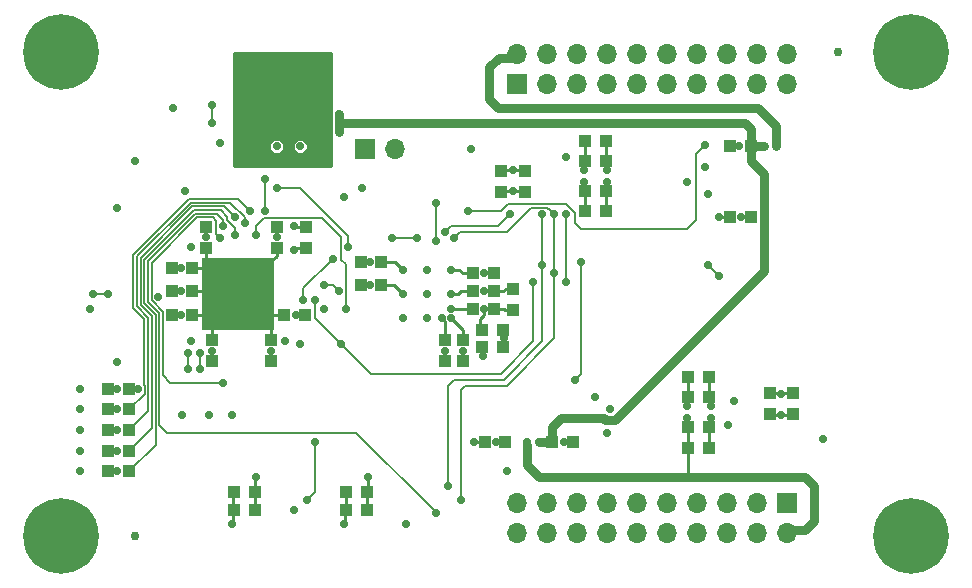
<source format=gbl>
G04 #@! TF.GenerationSoftware,KiCad,Pcbnew,5.0.0-rc1-44a33f2~62~ubuntu18.04.1*
G04 #@! TF.CreationDate,2018-04-18T04:45:04+00:00*
G04 #@! TF.ProjectId,glasgow,676C6173676F772E6B696361645F7063,rev?*
G04 #@! TF.SameCoordinates,Original*
G04 #@! TF.FileFunction,Copper,L4,Bot,Signal*
G04 #@! TF.FilePolarity,Positive*
%FSLAX46Y46*%
G04 Gerber Fmt 4.6, Leading zero omitted, Abs format (unit mm)*
G04 Created by KiCad (PCBNEW 5.0.0-rc1-44a33f2~62~ubuntu18.04.1) date Wed Apr 18 04:45:04 2018*
%MOMM*%
%LPD*%
G01*
G04 APERTURE LIST*
%ADD10C,0.750000*%
%ADD11R,0.995000X1.000000*%
%ADD12R,1.000000X0.995000*%
%ADD13C,0.600000*%
%ADD14R,2.800000X2.540000*%
%ADD15R,6.100000X6.100000*%
%ADD16C,0.558800*%
%ADD17R,1.700000X1.700000*%
%ADD18O,1.700000X1.700000*%
%ADD19C,6.400000*%
%ADD20C,0.700000*%
%ADD21C,0.160000*%
%ADD22C,0.250000*%
%ADD23C,0.750000*%
%ADD24C,0.254000*%
G04 APERTURE END LIST*
D10*
X119750000Y-75000000D03*
X60250000Y-116000000D03*
D11*
X100137500Y-86750000D03*
X98362500Y-86750000D03*
D12*
X92250000Y-96887500D03*
X92250000Y-95112500D03*
X93250000Y-86887500D03*
X93250000Y-85112500D03*
X91250000Y-85112500D03*
X91250000Y-86887500D03*
D11*
X110612500Y-89000000D03*
X112387500Y-89000000D03*
X112387500Y-83000000D03*
X110612500Y-83000000D03*
X108887500Y-106750000D03*
X107112500Y-106750000D03*
X107112500Y-108500000D03*
X108887500Y-108500000D03*
X95612500Y-108000000D03*
X97387500Y-108000000D03*
X91637500Y-108000000D03*
X89862500Y-108000000D03*
D12*
X116000000Y-105637500D03*
X116000000Y-103862500D03*
X114000000Y-103862500D03*
X114000000Y-105637500D03*
D11*
X100137500Y-84250000D03*
X98362500Y-84250000D03*
X100137500Y-82500000D03*
X98362500Y-82500000D03*
D13*
X73266581Y-79156916D03*
X73266581Y-80156916D03*
X72266581Y-80156916D03*
X72266581Y-79156916D03*
D14*
X72766581Y-79656916D03*
D15*
X69000000Y-95500000D03*
D16*
X66460000Y-98040000D03*
X67730000Y-98040000D03*
X69000000Y-98040000D03*
X70270000Y-98040000D03*
X71540000Y-98040000D03*
X71540000Y-96770000D03*
X70270000Y-96770000D03*
X69000000Y-96770000D03*
X67730000Y-96770000D03*
X66460000Y-96770000D03*
X66460000Y-92960000D03*
X67730000Y-92960000D03*
X69000000Y-92960000D03*
X70270000Y-92960000D03*
X71540000Y-92960000D03*
X71540000Y-94230000D03*
X70270000Y-94230000D03*
X69000000Y-94230000D03*
X67730000Y-94230000D03*
X66460000Y-94230000D03*
X66460000Y-95500000D03*
X67730000Y-95500000D03*
X71540000Y-95500000D03*
X70270000Y-95500000D03*
X69000000Y-95500000D03*
D11*
X89612500Y-98500000D03*
X91387500Y-98500000D03*
X59787500Y-103500000D03*
X58012500Y-103500000D03*
X58012500Y-107000000D03*
X59787500Y-107000000D03*
X59787500Y-108750000D03*
X58012500Y-108750000D03*
X58012500Y-110500000D03*
X59787500Y-110500000D03*
X59787500Y-105250000D03*
X58012500Y-105250000D03*
X108887500Y-104250000D03*
X107112500Y-104250000D03*
X107112500Y-102500000D03*
X108887500Y-102500000D03*
X98362500Y-88500000D03*
X100137500Y-88500000D03*
D17*
X79750000Y-83250000D03*
D18*
X82290000Y-83250000D03*
D11*
X79362500Y-92750000D03*
X81137500Y-92750000D03*
X81137500Y-94750000D03*
X79362500Y-94750000D03*
X90637500Y-95250000D03*
X88862500Y-95250000D03*
X88862500Y-93750000D03*
X90637500Y-93750000D03*
X89612500Y-100000000D03*
X91387500Y-100000000D03*
D12*
X88000000Y-99362500D03*
X88000000Y-101137500D03*
X86500000Y-101137500D03*
X86500000Y-99362500D03*
D18*
X115430000Y-75190000D03*
X115430000Y-77730000D03*
X112890000Y-75190000D03*
X112890000Y-77730000D03*
X110350000Y-75190000D03*
X110350000Y-77730000D03*
X107810000Y-75190000D03*
X107810000Y-77730000D03*
X105270000Y-75190000D03*
X105270000Y-77730000D03*
X102730000Y-75190000D03*
X102730000Y-77730000D03*
X100190000Y-75190000D03*
X100190000Y-77730000D03*
X97650000Y-75190000D03*
X97650000Y-77730000D03*
X95110000Y-75190000D03*
X95110000Y-77730000D03*
X92570000Y-75190000D03*
D17*
X92570000Y-77730000D03*
X115430000Y-113190000D03*
D18*
X115430000Y-115730000D03*
X112890000Y-113190000D03*
X112890000Y-115730000D03*
X110350000Y-113190000D03*
X110350000Y-115730000D03*
X107810000Y-113190000D03*
X107810000Y-115730000D03*
X105270000Y-113190000D03*
X105270000Y-115730000D03*
X102730000Y-113190000D03*
X102730000Y-115730000D03*
X100190000Y-113190000D03*
X100190000Y-115730000D03*
X97650000Y-113190000D03*
X97650000Y-115730000D03*
X95110000Y-113190000D03*
X95110000Y-115730000D03*
X92570000Y-113190000D03*
X92570000Y-115730000D03*
D11*
X79887500Y-112250000D03*
X78112500Y-112250000D03*
X90637500Y-96750000D03*
X88862500Y-96750000D03*
X79887500Y-113750000D03*
X78112500Y-113750000D03*
D12*
X74750000Y-89862500D03*
X74750000Y-91637500D03*
D11*
X70387500Y-113750000D03*
X68612500Y-113750000D03*
X68612500Y-112250000D03*
X70387500Y-112250000D03*
D12*
X71750000Y-101137500D03*
X71750000Y-99362500D03*
X66250000Y-91637500D03*
X66250000Y-89862500D03*
X72250000Y-91637500D03*
X72250000Y-89862500D03*
D11*
X74637500Y-97250000D03*
X72862500Y-97250000D03*
X65137500Y-93250000D03*
X63362500Y-93250000D03*
X63362500Y-95250000D03*
X65137500Y-95250000D03*
X65137500Y-97250000D03*
X63362500Y-97250000D03*
D12*
X66750000Y-101137500D03*
X66750000Y-99362500D03*
D19*
X54000000Y-116000000D03*
X54000000Y-75000000D03*
X126000000Y-75000000D03*
X126000000Y-116000000D03*
D20*
X109749990Y-94000000D03*
X108750000Y-93000000D03*
X72250000Y-90639998D03*
X100250000Y-107250000D03*
X64500000Y-86750000D03*
X74250000Y-83000000D03*
X88750000Y-83250002D03*
X91750000Y-110500000D03*
X89000000Y-108000000D03*
X76000000Y-83000000D03*
X70500000Y-83000000D03*
X75500000Y-107999994D03*
X72250000Y-86500000D03*
X77500000Y-95250000D03*
X76250000Y-94750000D03*
X70530055Y-90500000D03*
X78000000Y-87250000D03*
X72250000Y-83000000D03*
X86750000Y-111750000D03*
X94750000Y-93000000D03*
X92000000Y-88750000D03*
X86500000Y-90250000D03*
X94750000Y-88750000D03*
X74250000Y-99750000D03*
X90860002Y-108000000D03*
X115000000Y-105750000D03*
X107000000Y-105000000D03*
X108500000Y-84750000D03*
X111610002Y-89000000D03*
X100250000Y-86000000D03*
X92250000Y-85000000D03*
X89750000Y-100750000D03*
X60500000Y-103500000D03*
X68500000Y-105750000D03*
X66500000Y-105750000D03*
X64250000Y-105750000D03*
X76250000Y-96750000D03*
X96610002Y-108000000D03*
X99250000Y-104250000D03*
X118500000Y-107750000D03*
X110964870Y-104535130D03*
X115000000Y-104000000D03*
X110500000Y-106610002D03*
X109000000Y-105000000D03*
X109000000Y-106000000D03*
X108750000Y-87000000D03*
X96750000Y-83889998D03*
X111389998Y-83000000D03*
X109750000Y-89000000D03*
X98250000Y-85000000D03*
X98250000Y-86000000D03*
X92250000Y-86750000D03*
X91500000Y-99250000D03*
X55650000Y-110500000D03*
X55650000Y-108750000D03*
X71796041Y-100360012D03*
X79500000Y-86500000D03*
X67500000Y-82750000D03*
X66250000Y-90639998D03*
X64139998Y-93250000D03*
X64139998Y-95250000D03*
X64139998Y-97250000D03*
X66750000Y-100360002D03*
X73860002Y-97250000D03*
X73750000Y-89750000D03*
X80139998Y-92750000D03*
X89860002Y-93750000D03*
X88000000Y-100360002D03*
X86500000Y-100360002D03*
X55650000Y-107000002D03*
X55650000Y-105250002D03*
X55650000Y-103500002D03*
X100500000Y-105249998D03*
X60250000Y-84250000D03*
X87894999Y-112895001D03*
X74834999Y-112895001D03*
X95750000Y-93750000D03*
X87250000Y-90750000D03*
X95750000Y-88750000D03*
X94500000Y-108000000D03*
X77500000Y-81750000D03*
X77500000Y-80250000D03*
X77500000Y-81000000D03*
X113500000Y-83000000D03*
X78330010Y-91490604D03*
X72610579Y-76000000D03*
X63500000Y-79750000D03*
X87050002Y-96750000D03*
X86250000Y-97550002D03*
X73750000Y-91750000D03*
X87050000Y-97550000D03*
X87060000Y-95500000D03*
X65750000Y-100500000D03*
X65750000Y-101830010D03*
X85000000Y-97560000D03*
X82940000Y-97560000D03*
X85000000Y-95500000D03*
X82940000Y-95500000D03*
X87060000Y-93440000D03*
X85000000Y-93440000D03*
X82940000Y-93440000D03*
X56750000Y-95500000D03*
X58000000Y-95500000D03*
X78110002Y-96750000D03*
X107000000Y-106000000D03*
X95750000Y-79750000D03*
X100250000Y-85000000D03*
X89860002Y-96750000D03*
X78000000Y-115000000D03*
X68500000Y-115000000D03*
X73750000Y-113750000D03*
X83250000Y-115000000D03*
X107000000Y-86000000D03*
X80000000Y-111000000D03*
X70500000Y-111000000D03*
X56500000Y-96750000D03*
X58750000Y-88250000D03*
X62250000Y-95750000D03*
X65000000Y-99500000D03*
X65000000Y-91500000D03*
X73000000Y-99500000D03*
X58750000Y-101212500D03*
X64750000Y-100500000D03*
X64750000Y-101830010D03*
X80139998Y-94750000D03*
X89860044Y-95250000D03*
X66750000Y-81000000D03*
X66750000Y-79500000D03*
X74500000Y-96000016D03*
X70000000Y-88500000D03*
X68750000Y-90500000D03*
X68750000Y-89000000D03*
X69542346Y-89467060D03*
X67750000Y-103000000D03*
X67500000Y-90750000D03*
X75500000Y-96000000D03*
X77750000Y-99750000D03*
X67750000Y-89750000D03*
X85750000Y-114000000D03*
X71250000Y-85750000D03*
X71250000Y-88500000D03*
X84178928Y-90750000D03*
X82000000Y-90750000D03*
X77000000Y-92500000D03*
X85750000Y-87750000D03*
X85749993Y-91000007D03*
X58750000Y-105250000D03*
X58750000Y-110500000D03*
X58750000Y-108750000D03*
X58750000Y-107000000D03*
X58750000Y-103500000D03*
X97999974Y-92750000D03*
X97500000Y-102750000D03*
X94000000Y-94500000D03*
X96750000Y-88749992D03*
X96750000Y-94500000D03*
X108500000Y-82889998D03*
X88500000Y-88500000D03*
X114500000Y-83000000D03*
X93500000Y-108000000D03*
D21*
X108750000Y-93000000D02*
X109749990Y-93999990D01*
X109749990Y-93999990D02*
X109749990Y-94000000D01*
X108750000Y-93250000D02*
X108750000Y-93000000D01*
X86750000Y-103250000D02*
X87250000Y-102750000D01*
X86750000Y-111750000D02*
X86750000Y-103250000D01*
X94750000Y-99500000D02*
X94750000Y-93000000D01*
X87250000Y-102750000D02*
X91500000Y-102750000D01*
X91500000Y-102750000D02*
X94750000Y-99500000D01*
D22*
X72250000Y-90639998D02*
X72250000Y-89862500D01*
X72250000Y-91637500D02*
X72250000Y-92250000D01*
X72250000Y-92250000D02*
X71540000Y-92960000D01*
X89862500Y-108000000D02*
X89000000Y-108000000D01*
D21*
X87894999Y-103605001D02*
X88250000Y-103250000D01*
X87894999Y-112895001D02*
X87894999Y-103605001D01*
X91750000Y-103250000D02*
X95750000Y-99250000D01*
X88250000Y-103250000D02*
X91750000Y-103250000D01*
X95750000Y-99250000D02*
X95750000Y-93750000D01*
X74834999Y-112895001D02*
X75500000Y-112230000D01*
X75500000Y-112230000D02*
X75500000Y-108494968D01*
X75500000Y-108494968D02*
X75500000Y-107999994D01*
D23*
X113500000Y-85362500D02*
X113500000Y-93545000D01*
X112387500Y-81500000D02*
X111887500Y-81000000D01*
X112387500Y-83000000D02*
X112387500Y-81500000D01*
X111887500Y-81000000D02*
X77994974Y-81000000D01*
X77994974Y-81000000D02*
X77500000Y-81000000D01*
X100079999Y-106124999D02*
X99955000Y-106000000D01*
X113500000Y-93545000D02*
X100920001Y-106124999D01*
X99955000Y-106000000D02*
X96500000Y-106000000D01*
X100920001Y-106124999D02*
X100079999Y-106124999D01*
X112387500Y-83000000D02*
X112387500Y-84250000D01*
X112387500Y-84250000D02*
X113500000Y-85362500D01*
D21*
X74250000Y-86500000D02*
X72744974Y-86500000D01*
X72744974Y-86500000D02*
X72250000Y-86500000D01*
X78330010Y-90580010D02*
X74250000Y-86500000D01*
X78330010Y-91490604D02*
X78330010Y-90580010D01*
X76250000Y-94750000D02*
X77000000Y-94750000D01*
X77000000Y-94750000D02*
X77500000Y-95250000D01*
X78110002Y-96750000D02*
X78110002Y-92968406D01*
X78110002Y-92968406D02*
X77750000Y-92608404D01*
X76129003Y-89080001D02*
X77750000Y-90700998D01*
X71205202Y-89080001D02*
X76129003Y-89080001D01*
X77750000Y-90700998D02*
X77750000Y-92608404D01*
X70530055Y-89755148D02*
X71205202Y-89080001D01*
X70530055Y-90500000D02*
X70530055Y-89755148D01*
X94750000Y-88750000D02*
X94750000Y-93000000D01*
X87000000Y-89750000D02*
X91000000Y-89750000D01*
X86500000Y-90250000D02*
X87000000Y-89750000D01*
X91000000Y-89750000D02*
X92000000Y-88750000D01*
D22*
X107112500Y-102500000D02*
X107112500Y-104250000D01*
X91637500Y-108000000D02*
X90860002Y-108000000D01*
X115000000Y-105750000D02*
X114112500Y-105750000D01*
X114112500Y-105750000D02*
X114000000Y-105637500D01*
X115000000Y-105750000D02*
X115887500Y-105750000D01*
X115887500Y-105750000D02*
X116000000Y-105637500D01*
X107112500Y-104887500D02*
X107000000Y-105000000D01*
X107112500Y-104250000D02*
X107112500Y-104887500D01*
X111610002Y-89000000D02*
X112387500Y-89000000D01*
X100250000Y-86000000D02*
X100250000Y-86637500D01*
X100250000Y-86637500D02*
X100137500Y-86750000D01*
X100137500Y-88500000D02*
X100137500Y-86750000D01*
X92250000Y-85000000D02*
X91362500Y-85000000D01*
X91362500Y-85000000D02*
X91250000Y-85112500D01*
X92250000Y-85000000D02*
X93137500Y-85000000D01*
X93137500Y-85000000D02*
X93250000Y-85112500D01*
X89612500Y-100612500D02*
X89750000Y-100750000D01*
X89612500Y-100000000D02*
X89612500Y-100612500D01*
X59787500Y-103500000D02*
X60500000Y-103500000D01*
X97387500Y-108000000D02*
X96610002Y-108000000D01*
X116000000Y-103862500D02*
X115137500Y-103862500D01*
X115137500Y-103862500D02*
X115000000Y-104000000D01*
X114862500Y-103862500D02*
X115000000Y-104000000D01*
X114000000Y-103862500D02*
X114862500Y-103862500D01*
X108887500Y-106750000D02*
X108887500Y-108500000D01*
X108887500Y-104887500D02*
X109000000Y-105000000D01*
X108887500Y-104250000D02*
X108887500Y-104887500D01*
X108887500Y-106112500D02*
X109000000Y-106000000D01*
X108887500Y-106750000D02*
X108887500Y-106112500D01*
X108887500Y-102500000D02*
X108887500Y-104250000D01*
X71750000Y-92750000D02*
X71540000Y-92960000D01*
X110612500Y-83000000D02*
X111389998Y-83000000D01*
X110612500Y-89000000D02*
X109750000Y-89000000D01*
X98362500Y-84887500D02*
X98250000Y-85000000D01*
X98362500Y-84250000D02*
X98362500Y-84887500D01*
X98362500Y-86112500D02*
X98250000Y-86000000D01*
X98362500Y-86750000D02*
X98362500Y-86112500D01*
X98362500Y-88500000D02*
X98362500Y-86750000D01*
X98362500Y-82500000D02*
X98362500Y-84250000D01*
X92250000Y-86750000D02*
X91387500Y-86750000D01*
X91387500Y-86750000D02*
X91250000Y-86887500D01*
X92250000Y-86750000D02*
X93112500Y-86750000D01*
X93112500Y-86750000D02*
X93250000Y-86887500D01*
X66250000Y-91637500D02*
X66250000Y-92500000D01*
X65137500Y-93250000D02*
X66000000Y-93250000D01*
X65137500Y-95250000D02*
X66000000Y-95250000D01*
X65137500Y-97250000D02*
X66000000Y-97250000D01*
X66750000Y-99362500D02*
X66750000Y-98500000D01*
X71750000Y-99362500D02*
X71750000Y-98500000D01*
X72862500Y-97250000D02*
X72000000Y-97250000D01*
X91387500Y-100000000D02*
X91387500Y-99362500D01*
X91387500Y-99362500D02*
X91500000Y-99250000D01*
X91387500Y-99137500D02*
X91500000Y-99250000D01*
X91387500Y-98500000D02*
X91387500Y-99137500D01*
X71750000Y-100390000D02*
X71779988Y-100360012D01*
X71750000Y-101137500D02*
X71750000Y-100390000D01*
X71779988Y-100360012D02*
X71796041Y-100360012D01*
X66250000Y-90639998D02*
X66250000Y-89862500D01*
X64139998Y-93250000D02*
X63362500Y-93250000D01*
X64139998Y-95250000D02*
X63362500Y-95250000D01*
X64139998Y-97250000D02*
X63362500Y-97250000D01*
X66750000Y-100360002D02*
X66750000Y-101137500D01*
X73860002Y-97250000D02*
X74637500Y-97250000D01*
X73862500Y-89862500D02*
X73750000Y-89750000D01*
X74750000Y-89862500D02*
X73862500Y-89862500D01*
X80139998Y-92750000D02*
X79362500Y-92750000D01*
X89860002Y-93750000D02*
X90637500Y-93750000D01*
X88000000Y-100360002D02*
X88000000Y-101137500D01*
X86500000Y-100360002D02*
X86500000Y-101137500D01*
X81137500Y-94750000D02*
X82190000Y-94750000D01*
X82190000Y-94750000D02*
X82940000Y-95500000D01*
D21*
X95750000Y-88750000D02*
X95750000Y-93750000D01*
X87750000Y-90250000D02*
X91750000Y-90250000D01*
X95169999Y-88169999D02*
X95400001Y-88400001D01*
X95400001Y-88400001D02*
X95750000Y-88750000D01*
X87250000Y-90750000D02*
X87750000Y-90250000D01*
X91750000Y-90250000D02*
X93830001Y-88169999D01*
X93830001Y-88169999D02*
X95169999Y-88169999D01*
D23*
X95612500Y-108000000D02*
X94500000Y-108000000D01*
X96362500Y-106000000D02*
X95612500Y-106750000D01*
X95612500Y-106750000D02*
X95612500Y-108000000D01*
X77500000Y-81000000D02*
X77500000Y-81750000D01*
X77500000Y-81000000D02*
X77500000Y-80250000D01*
X112387500Y-83000000D02*
X113500000Y-83000000D01*
D22*
X88862500Y-96750000D02*
X87050000Y-96750000D01*
X87050000Y-96750000D02*
X87050002Y-96750000D01*
X86500000Y-99362500D02*
X86500000Y-97800002D01*
X86500000Y-97800002D02*
X86250000Y-97550002D01*
X88000000Y-99112500D02*
X88000000Y-98500000D01*
X87997500Y-99112500D02*
X88000000Y-99112500D01*
X88000000Y-98500000D02*
X87050000Y-97550000D01*
X81137500Y-92750000D02*
X82250000Y-92750000D01*
X82250000Y-92750000D02*
X82940000Y-93440000D01*
X88000000Y-93750000D02*
X87690000Y-93440000D01*
X88862500Y-93750000D02*
X88000000Y-93750000D01*
X87690000Y-93440000D02*
X87060000Y-93440000D01*
X87900000Y-95250000D02*
X87650000Y-95500000D01*
X87650000Y-95500000D02*
X87060000Y-95500000D01*
X88862500Y-95250000D02*
X87900000Y-95250000D01*
X73862500Y-91637500D02*
X73750000Y-91750000D01*
X74750000Y-91637500D02*
X73862500Y-91637500D01*
D21*
X65750000Y-100500000D02*
X65750000Y-101830010D01*
X56750000Y-95500000D02*
X58000000Y-95500000D01*
D22*
X91637500Y-96887500D02*
X91500000Y-96750000D01*
X91500000Y-96750000D02*
X90637500Y-96750000D01*
X92250000Y-96887500D02*
X91637500Y-96887500D01*
X89500000Y-97604976D02*
X89500000Y-98137500D01*
X89500000Y-98137500D02*
X89612500Y-98250000D01*
X89860002Y-96750000D02*
X89860002Y-97244974D01*
X89860002Y-97244974D02*
X89500000Y-97604976D01*
X91637500Y-95112500D02*
X91500000Y-95250000D01*
X91500000Y-95250000D02*
X90637500Y-95250000D01*
X92250000Y-95112500D02*
X91637500Y-95112500D01*
D21*
X97500000Y-89500000D02*
X98000000Y-90000000D01*
X97500000Y-88641590D02*
X97500000Y-89500000D01*
X96718399Y-87859989D02*
X97500000Y-88641590D01*
X98000000Y-90000000D02*
X107000000Y-90000000D01*
X91890011Y-87859989D02*
X96718399Y-87859989D01*
X91250000Y-88500000D02*
X91890011Y-87859989D01*
X88500000Y-88500000D02*
X91250000Y-88500000D01*
X107000000Y-90000000D02*
X107750000Y-89250000D01*
X107750000Y-89250000D02*
X107750000Y-83639998D01*
X107750000Y-83639998D02*
X108500000Y-82889998D01*
D23*
X107250000Y-111000000D02*
X117000000Y-111000000D01*
X94500000Y-111000000D02*
X107250000Y-111000000D01*
D22*
X107250000Y-111000000D02*
X107112500Y-110862500D01*
X107112500Y-110862500D02*
X107112500Y-108500000D01*
X107112500Y-106750000D02*
X107112500Y-108500000D01*
X107112500Y-106112500D02*
X107000000Y-106000000D01*
X107112500Y-106750000D02*
X107112500Y-106112500D01*
D23*
X95750000Y-79750000D02*
X91000000Y-79750000D01*
X113000000Y-79750000D02*
X95750000Y-79750000D01*
D22*
X100137500Y-82500000D02*
X100137500Y-84250000D01*
X100250000Y-85000000D02*
X100250000Y-84362500D01*
X100250000Y-84362500D02*
X100137500Y-84250000D01*
X89860002Y-96750000D02*
X90637500Y-96750000D01*
X78112500Y-113750000D02*
X78112500Y-112250000D01*
X78037500Y-114962500D02*
X78000000Y-115000000D01*
X78037500Y-113750000D02*
X78037500Y-114962500D01*
X68537500Y-114962500D02*
X68500000Y-115000000D01*
X68537500Y-113750000D02*
X68537500Y-114962500D01*
X68537500Y-113750000D02*
X68537500Y-112250000D01*
X79887500Y-113750000D02*
X79887500Y-112250000D01*
X79962500Y-111037500D02*
X80000000Y-111000000D01*
X79962500Y-112250000D02*
X79962500Y-111037500D01*
X70462500Y-111037500D02*
X70500000Y-111000000D01*
X70462500Y-112250000D02*
X70462500Y-111037500D01*
X70462500Y-113750000D02*
X70462500Y-112250000D01*
D21*
X64750000Y-100500000D02*
X64750000Y-101830010D01*
D22*
X80139998Y-94750000D02*
X79362500Y-94750000D01*
X90637500Y-95250000D02*
X89860044Y-95250000D01*
D21*
X66750000Y-79500000D02*
X66750000Y-81000000D01*
X74500000Y-95000000D02*
X74500000Y-95505042D01*
X77000000Y-92500000D02*
X74500000Y-95000000D01*
X74500000Y-95505042D02*
X74500000Y-96000016D01*
X61080001Y-103221599D02*
X61069967Y-103211565D01*
X60119944Y-92187951D02*
X64857950Y-87449945D01*
X61069967Y-97620473D02*
X60119944Y-96670451D01*
X69500000Y-88000000D02*
X70000000Y-88500000D01*
X59787500Y-105250000D02*
X59787500Y-105247500D01*
X59787500Y-105247500D02*
X61080001Y-103954999D01*
X61080001Y-103954999D02*
X61080001Y-103221599D01*
X61069967Y-103211565D02*
X61069967Y-97620473D01*
X60119944Y-96670451D02*
X60119944Y-92187951D01*
X64857950Y-87449945D02*
X68949945Y-87449945D01*
X68949945Y-87449945D02*
X69500000Y-88000000D01*
X61049977Y-92573181D02*
X65243180Y-88379978D01*
X68089985Y-89231583D02*
X68750000Y-89891598D01*
X61049977Y-96285221D02*
X61049977Y-92573181D01*
X68089985Y-88942513D02*
X68089985Y-89231583D01*
X62010034Y-108274966D02*
X62010034Y-97245278D01*
X67527450Y-88379978D02*
X68089985Y-88942513D01*
X59787500Y-110500000D02*
X59787500Y-110497500D01*
X62010034Y-97245278D02*
X61049977Y-96285221D01*
X68750000Y-89891598D02*
X68750000Y-90005026D01*
X59787500Y-110497500D02*
X62010034Y-108274966D01*
X68750000Y-90005026D02*
X68750000Y-90500000D01*
X65243180Y-88379978D02*
X67527450Y-88379978D01*
X61689989Y-106845011D02*
X61689989Y-104221853D01*
X59787500Y-108750000D02*
X59787500Y-108747500D01*
X61700023Y-104211819D02*
X61700023Y-97373688D01*
X60739966Y-96413631D02*
X60739966Y-92444771D01*
X59787500Y-108747500D02*
X61689989Y-106845011D01*
X61689989Y-104221853D02*
X61700023Y-104211819D01*
X67819967Y-88069967D02*
X68400001Y-88650001D01*
X61700023Y-97373688D02*
X60739966Y-96413631D01*
X68400001Y-88650001D02*
X68750000Y-89000000D01*
X65114770Y-88069967D02*
X67819967Y-88069967D01*
X60739966Y-92444771D02*
X65114770Y-88069967D01*
X61379978Y-104093443D02*
X61390012Y-104083409D01*
X61390012Y-104083409D02*
X61390012Y-97502098D01*
X61390012Y-97502098D02*
X60429955Y-96542041D01*
X69542346Y-88972086D02*
X69542346Y-89467060D01*
X68330216Y-87759956D02*
X69542346Y-88972086D01*
X59787500Y-106997500D02*
X61379978Y-105405022D01*
X59787500Y-107000000D02*
X59787500Y-106997500D01*
X61379978Y-105405022D02*
X61379978Y-104093443D01*
X60429955Y-96542041D02*
X60429955Y-92316361D01*
X60429955Y-92316361D02*
X64986360Y-87759956D01*
X64986360Y-87759956D02*
X68330216Y-87759956D01*
X67255026Y-103000000D02*
X67750000Y-103000000D01*
X65500000Y-89000000D02*
X61669999Y-92830001D01*
X61669999Y-92830001D02*
X61669999Y-96028401D01*
X62634999Y-96993401D02*
X62634999Y-102384999D01*
X61669999Y-96028401D02*
X62634999Y-96993401D01*
X67150001Y-89290022D02*
X66859979Y-89000000D01*
X67150001Y-90400001D02*
X67150001Y-89290022D01*
X67500000Y-90750000D02*
X67150001Y-90400001D01*
X63250000Y-103000000D02*
X67255026Y-103000000D01*
X62634999Y-102384999D02*
X63250000Y-103000000D01*
X66859979Y-89000000D02*
X65500000Y-89000000D01*
X77750000Y-99750000D02*
X75500000Y-97500000D01*
X75500000Y-96000000D02*
X75500000Y-97500000D01*
X80250000Y-102250000D02*
X91250000Y-102250000D01*
X77750000Y-99750000D02*
X80250000Y-102250000D01*
X91250000Y-102250000D02*
X94000000Y-99500000D01*
X94000000Y-99500000D02*
X94000000Y-94500000D01*
X61359988Y-96156811D02*
X62320045Y-97116868D01*
X65371590Y-88689989D02*
X61359988Y-92701591D01*
X67184963Y-88689989D02*
X65371590Y-88689989D01*
X67750000Y-89750000D02*
X67750000Y-89255026D01*
X62320045Y-97116868D02*
X62320045Y-106570045D01*
X61359988Y-92701591D02*
X61359988Y-96156811D01*
X67750000Y-89255026D02*
X67184963Y-88689989D01*
X62320045Y-106570045D02*
X63000000Y-107250000D01*
X63000000Y-107250000D02*
X79000000Y-107250000D01*
X79000000Y-107250000D02*
X85400001Y-113650001D01*
X85400001Y-113650001D02*
X85750000Y-114000000D01*
X71250000Y-88500000D02*
X71250000Y-85750000D01*
D23*
X90250000Y-79000000D02*
X90250000Y-76297919D01*
X91000000Y-79750000D02*
X90250000Y-79000000D01*
X114500000Y-83000000D02*
X114500000Y-81250000D01*
X90250000Y-76297919D02*
X91047919Y-75500000D01*
X91047919Y-75500000D02*
X92250000Y-75500000D01*
X114500000Y-81250000D02*
X113000000Y-79750000D01*
D21*
X82000000Y-90750000D02*
X84178928Y-90750000D01*
X82500000Y-90750000D02*
X84178928Y-90750000D01*
X85749993Y-87750007D02*
X85750000Y-87750000D01*
X85749993Y-91000007D02*
X85749993Y-87750007D01*
X58750000Y-105250000D02*
X58012500Y-105250000D01*
X58750000Y-110500000D02*
X58012500Y-110500000D01*
X58750000Y-108750000D02*
X58012500Y-108750000D01*
X58750000Y-107000000D02*
X58012500Y-107000000D01*
X58750000Y-103500000D02*
X58012500Y-103500000D01*
X97999974Y-93244974D02*
X97999974Y-92750000D01*
X97999974Y-102250026D02*
X97999974Y-93244974D01*
X97500000Y-102750000D02*
X97999974Y-102250026D01*
X96750000Y-88749992D02*
X96750000Y-94500000D01*
D23*
X117750000Y-114750000D02*
X117000000Y-115500000D01*
X117750000Y-111750000D02*
X117750000Y-114750000D01*
X117000000Y-111000000D02*
X117750000Y-111750000D01*
X93500000Y-108250000D02*
X93500000Y-110000000D01*
X93500000Y-110000000D02*
X94500000Y-111000000D01*
X117000000Y-115500000D02*
X115430000Y-115500000D01*
D24*
G36*
X76873000Y-80060106D02*
X76848000Y-80185786D01*
X76848000Y-80935786D01*
X76835227Y-81000000D01*
X76848000Y-81064213D01*
X76848000Y-81814214D01*
X76873000Y-81939894D01*
X76873000Y-84623000D01*
X68627000Y-84623000D01*
X68627000Y-82875282D01*
X71623000Y-82875282D01*
X71623000Y-83124718D01*
X71718455Y-83355167D01*
X71894833Y-83531545D01*
X72125282Y-83627000D01*
X72374718Y-83627000D01*
X72605167Y-83531545D01*
X72781545Y-83355167D01*
X72877000Y-83124718D01*
X72877000Y-82875282D01*
X73623000Y-82875282D01*
X73623000Y-83124718D01*
X73718455Y-83355167D01*
X73894833Y-83531545D01*
X74125282Y-83627000D01*
X74374718Y-83627000D01*
X74605167Y-83531545D01*
X74781545Y-83355167D01*
X74877000Y-83124718D01*
X74877000Y-82875282D01*
X74781545Y-82644833D01*
X74605167Y-82468455D01*
X74374718Y-82373000D01*
X74125282Y-82373000D01*
X73894833Y-82468455D01*
X73718455Y-82644833D01*
X73623000Y-82875282D01*
X72877000Y-82875282D01*
X72781545Y-82644833D01*
X72605167Y-82468455D01*
X72374718Y-82373000D01*
X72125282Y-82373000D01*
X71894833Y-82468455D01*
X71718455Y-82644833D01*
X71623000Y-82875282D01*
X68627000Y-82875282D01*
X68627000Y-75127000D01*
X76873000Y-75127000D01*
X76873000Y-80060106D01*
X76873000Y-80060106D01*
G37*
X76873000Y-80060106D02*
X76848000Y-80185786D01*
X76848000Y-80935786D01*
X76835227Y-81000000D01*
X76848000Y-81064213D01*
X76848000Y-81814214D01*
X76873000Y-81939894D01*
X76873000Y-84623000D01*
X68627000Y-84623000D01*
X68627000Y-82875282D01*
X71623000Y-82875282D01*
X71623000Y-83124718D01*
X71718455Y-83355167D01*
X71894833Y-83531545D01*
X72125282Y-83627000D01*
X72374718Y-83627000D01*
X72605167Y-83531545D01*
X72781545Y-83355167D01*
X72877000Y-83124718D01*
X72877000Y-82875282D01*
X73623000Y-82875282D01*
X73623000Y-83124718D01*
X73718455Y-83355167D01*
X73894833Y-83531545D01*
X74125282Y-83627000D01*
X74374718Y-83627000D01*
X74605167Y-83531545D01*
X74781545Y-83355167D01*
X74877000Y-83124718D01*
X74877000Y-82875282D01*
X74781545Y-82644833D01*
X74605167Y-82468455D01*
X74374718Y-82373000D01*
X74125282Y-82373000D01*
X73894833Y-82468455D01*
X73718455Y-82644833D01*
X73623000Y-82875282D01*
X72877000Y-82875282D01*
X72781545Y-82644833D01*
X72605167Y-82468455D01*
X72374718Y-82373000D01*
X72125282Y-82373000D01*
X71894833Y-82468455D01*
X71718455Y-82644833D01*
X71623000Y-82875282D01*
X68627000Y-82875282D01*
X68627000Y-75127000D01*
X76873000Y-75127000D01*
X76873000Y-80060106D01*
M02*

</source>
